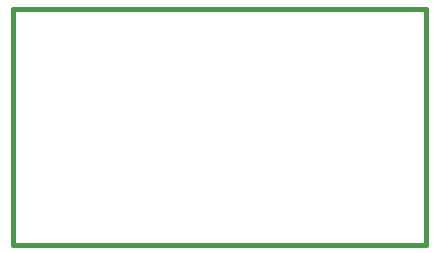
<source format=gko>
%FSLAX33Y33*%
%MOMM*%
%ADD10C,0.381*%
D10*
%LNpath-0*%
G01*
X0Y0D02*
X35000Y0D01*
X35000Y20000*
X0Y20000*
X0Y0*
%LNmechanical details_traces*%
M02*
</source>
